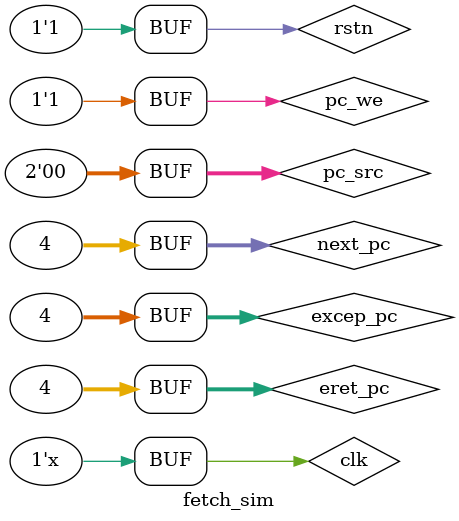
<source format=v>
`timescale 1ns / 1ps


module fetch_sim(
	);
	//input
	reg clk = 0;
	reg rstn = 0;
	reg pc_we = 0;
	reg [1:0] pc_src = 2'b00;
	reg [31:0] next_pc = 8'h00000000;
	reg [31:0] eret_pc = 8'h00000000;
	reg [31:0] excep_pc = 8'h00000000;
	
	//output
	wire [31:0] pc;
	wire [31:0] inner_pc;
	wire [31:0] pc_plus4;
	wire [31:0] instr;
	
	
	//instantiate the Unit under test
	fetch FETCH(
			.i_clk(clk),
			.i_rstn(rstn),
			.i_pc_src(pc_src),
			.i_pc_write(pc_we),
			.i_next_pc(next_pc),
			.i_eret_pc(eret_pc),
			.i_excep_pc(excep_pc),
			.o_pc(pc),
			.o_inner_pc(inner_pc),
			.o_pc_plus4(pc_plus4),
			.o_instr(instr)
			);
	
	initial begin
		#25 rstn = 1; pc_we = 1;
		#200 next_pc = 8'h00004;
		#25 pc_src = 2'b01;
		#50 pc_src = 2'b00;
		#200 eret_pc = 8'h00004;
		#50 pc_src = 2'b10;
		#50 pc_src = 2'b00;
		#200 excep_pc = 8'h00004;
		#50 pc_src = 2'b11;
		#50 pc_src = 2'b00;
	end
	
	always #25 clk = ~clk;
endmodule

</source>
